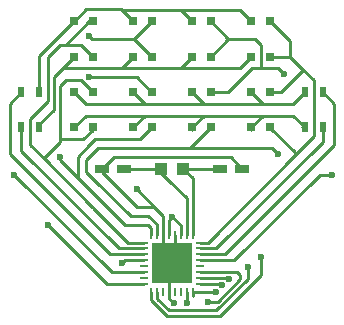
<source format=gbl>
G04 #@! TF.GenerationSoftware,KiCad,Pcbnew,5.1.0*
G04 #@! TF.CreationDate,2019-04-19T18:29:55+02:00*
G04 #@! TF.ProjectId,Watch,57617463-682e-46b6-9963-61645f706362,rev?*
G04 #@! TF.SameCoordinates,Original*
G04 #@! TF.FileFunction,Copper,L2,Bot*
G04 #@! TF.FilePolarity,Positive*
%FSLAX46Y46*%
G04 Gerber Fmt 4.6, Leading zero omitted, Abs format (unit mm)*
G04 Created by KiCad (PCBNEW 5.1.0) date 2019-04-19 18:29:55*
%MOMM*%
%LPD*%
G04 APERTURE LIST*
%ADD10R,1.200000X0.750000*%
%ADD11R,0.800000X0.800000*%
%ADD12R,0.500000X0.900000*%
%ADD13R,0.250000X0.700000*%
%ADD14R,0.700000X0.250000*%
%ADD15R,1.725000X1.725000*%
%ADD16R,1.050000X1.100000*%
%ADD17C,0.600000*%
%ADD18C,0.250000*%
G04 APERTURE END LIST*
D10*
X141550000Y-103000000D03*
X143450000Y-103000000D03*
X133450000Y-103000000D03*
X131550000Y-103000000D03*
D11*
X145800000Y-90500000D03*
X144200000Y-90500000D03*
X145800000Y-93500000D03*
X144200000Y-93500000D03*
X145800000Y-96500000D03*
X144200000Y-96500000D03*
X145800000Y-99500000D03*
X144200000Y-99500000D03*
X140800000Y-90500000D03*
X139200000Y-90500000D03*
X140800000Y-93500000D03*
X139200000Y-93500000D03*
X140800000Y-96500000D03*
X139200000Y-96500000D03*
X140800000Y-99500000D03*
X139200000Y-99500000D03*
X135800000Y-90500000D03*
X134200000Y-90500000D03*
X135800000Y-93500000D03*
X134200000Y-93500000D03*
X135800000Y-96500000D03*
X134200000Y-96500000D03*
X135800000Y-99500000D03*
X134200000Y-99500000D03*
X130800000Y-90500000D03*
X129200000Y-90500000D03*
X130800000Y-93500000D03*
X129200000Y-93500000D03*
X130800000Y-96500000D03*
X129200000Y-96500000D03*
X130800000Y-99500000D03*
X129200000Y-99500000D03*
D12*
X126250000Y-96500000D03*
X124750000Y-96500000D03*
X126250000Y-99500000D03*
X124750000Y-99500000D03*
X148750000Y-96500000D03*
X150250000Y-96500000D03*
X148750000Y-99500000D03*
X150250000Y-99500000D03*
D13*
X135750000Y-108600000D03*
X136250000Y-108600000D03*
X136750000Y-108600000D03*
X137250000Y-108600000D03*
X137750000Y-108600000D03*
X138250000Y-108600000D03*
X138750000Y-108600000D03*
X139250000Y-108600000D03*
D14*
X139900000Y-109250000D03*
X139900000Y-109750000D03*
X139900000Y-110250000D03*
X139900000Y-110750000D03*
X139900000Y-111250000D03*
X139900000Y-111750000D03*
X139900000Y-112250000D03*
X139900000Y-112750000D03*
D13*
X139250000Y-113400000D03*
X138750000Y-113400000D03*
X138250000Y-113400000D03*
X137750000Y-113400000D03*
X137250000Y-113400000D03*
X136750000Y-113400000D03*
X136250000Y-113400000D03*
X135750000Y-113400000D03*
D14*
X135100000Y-112750000D03*
X135100000Y-112250000D03*
X135100000Y-111750000D03*
X135100000Y-111250000D03*
X135100000Y-110750000D03*
X135100000Y-110250000D03*
X135100000Y-109750000D03*
X135100000Y-109250000D03*
D15*
X138362500Y-111862500D03*
X136637500Y-111862500D03*
X138362500Y-110137500D03*
X136637500Y-110137500D03*
D16*
X136575000Y-103000000D03*
X138425000Y-103000000D03*
D17*
X127000000Y-107750000D03*
X137500000Y-107050008D03*
X138742557Y-114374981D03*
X134500000Y-104750000D03*
X137691949Y-114374990D03*
X146500000Y-101750000D03*
X147000000Y-95000000D03*
X128000000Y-102000000D03*
X130500000Y-91750000D03*
X130500000Y-95250000D03*
X141737984Y-112884613D03*
X141220702Y-113454996D03*
X133250000Y-111000000D03*
X142354676Y-112375010D03*
X151000000Y-103500000D03*
X124150000Y-103500000D03*
X143889636Y-111304735D03*
X145000000Y-110500000D03*
X140500000Y-114250000D03*
D18*
X135100000Y-112750000D02*
X132000000Y-112750000D01*
X132000000Y-112750000D02*
X127000000Y-107750000D01*
X138750000Y-113400000D02*
X138750000Y-114367538D01*
X138750000Y-114367538D02*
X138742557Y-114374981D01*
X137250000Y-107300008D02*
X137500000Y-107050008D01*
X137250000Y-108600000D02*
X137250000Y-107300008D01*
X138250000Y-107800008D02*
X137500000Y-107050008D01*
X138250000Y-108600000D02*
X138250000Y-107800008D01*
X142000000Y-102000000D02*
X142450000Y-102000000D01*
X142450000Y-102000000D02*
X143450000Y-103000000D01*
X132750000Y-102000000D02*
X132550000Y-102000000D01*
X132550000Y-102000000D02*
X131550000Y-103000000D01*
X134750000Y-106250000D02*
X134500000Y-106250000D01*
X134500000Y-106250000D02*
X131550000Y-103300000D01*
X131550000Y-103300000D02*
X131550000Y-103000000D01*
X131550000Y-103000000D02*
X131750000Y-103000000D01*
X132750000Y-102000000D02*
X142000000Y-102000000D01*
X142450000Y-102000000D02*
X143450000Y-103000000D01*
X136000000Y-106250000D02*
X134500000Y-104750000D01*
X136750000Y-108600000D02*
X136750000Y-107000000D01*
X136750000Y-107000000D02*
X136000000Y-106250000D01*
X137750000Y-108600000D02*
X137750000Y-109525000D01*
X136000000Y-106250000D02*
X134750000Y-106250000D01*
X136750000Y-108600000D02*
X136750000Y-110025000D01*
X136750000Y-110025000D02*
X136637500Y-110137500D01*
X137750000Y-109525000D02*
X138362500Y-110137500D01*
X138362500Y-110137500D02*
X136637500Y-110137500D01*
X136637500Y-110137500D02*
X136637500Y-111862500D01*
X136637500Y-111862500D02*
X138362500Y-111862500D01*
X138362500Y-111862500D02*
X136637500Y-111862500D01*
X136637500Y-111862500D02*
X137250000Y-112475000D01*
X137250000Y-112475000D02*
X137250000Y-113400000D01*
X137250000Y-113400000D02*
X137250000Y-114000000D01*
X137250000Y-114000000D02*
X137624990Y-114374990D01*
X137624990Y-114374990D02*
X137691949Y-114374990D01*
X148000000Y-101750000D02*
X149500000Y-100250000D01*
X149500000Y-95500000D02*
X148625000Y-94625000D01*
X149500000Y-100250000D02*
X149500000Y-95500000D01*
X148000000Y-101750000D02*
X140500000Y-109250000D01*
X145800000Y-99500000D02*
X145800000Y-99550000D01*
X145800000Y-99550000D02*
X147875000Y-101625000D01*
X147875000Y-101625000D02*
X148000000Y-101750000D01*
X145800000Y-96500000D02*
X146750000Y-96500000D01*
X146750000Y-96500000D02*
X148625000Y-94625000D01*
X147500000Y-93500000D02*
X147500000Y-92200000D01*
X147500000Y-92200000D02*
X145800000Y-90500000D01*
X147500000Y-93500000D02*
X145800000Y-93500000D01*
X148625000Y-94625000D02*
X147500000Y-93500000D01*
X140500000Y-109250000D02*
X139900000Y-109250000D01*
X138225000Y-89525000D02*
X143225000Y-89525000D01*
X143225000Y-89525000D02*
X144200000Y-90500000D01*
X133225000Y-89525000D02*
X138225000Y-89525000D01*
X138225000Y-89525000D02*
X139200000Y-90500000D01*
X129200000Y-90500000D02*
X129250000Y-90500000D01*
X129250000Y-90500000D02*
X130250000Y-89500000D01*
X133200000Y-89500000D02*
X133225000Y-89525000D01*
X133225000Y-89525000D02*
X134200000Y-90500000D01*
X130250000Y-89500000D02*
X133200000Y-89500000D01*
X126250000Y-96500000D02*
X126250000Y-93450000D01*
X126250000Y-93450000D02*
X129200000Y-90500000D01*
X138225000Y-94475000D02*
X143225000Y-94475000D01*
X143225000Y-94475000D02*
X144200000Y-93500000D01*
X133225000Y-94475000D02*
X138225000Y-94475000D01*
X138225000Y-94475000D02*
X139200000Y-93500000D01*
X128225000Y-94475000D02*
X133225000Y-94475000D01*
X133225000Y-94475000D02*
X134200000Y-93500000D01*
X126250000Y-99500000D02*
X126250000Y-99250000D01*
X126250000Y-99250000D02*
X127500000Y-98000000D01*
X127500000Y-98000000D02*
X127500000Y-95200000D01*
X127500000Y-95200000D02*
X128225000Y-94475000D01*
X128225000Y-94475000D02*
X129200000Y-93500000D01*
X136250000Y-97500000D02*
X130200000Y-97500000D01*
X130200000Y-97500000D02*
X129200000Y-96500000D01*
X140250000Y-97500000D02*
X136250000Y-97500000D01*
X136250000Y-97500000D02*
X135200000Y-97500000D01*
X135200000Y-97500000D02*
X134200000Y-96500000D01*
X145200000Y-97500000D02*
X147750000Y-97500000D01*
X147750000Y-97500000D02*
X148750000Y-96500000D01*
X145200000Y-97500000D02*
X140250000Y-97500000D01*
X140250000Y-97500000D02*
X140200000Y-97500000D01*
X140200000Y-97500000D02*
X139200000Y-96500000D01*
X145200000Y-97500000D02*
X144200000Y-96500000D01*
X145250000Y-98500000D02*
X147750000Y-98500000D01*
X147750000Y-98500000D02*
X148750000Y-99500000D01*
X135200000Y-98500000D02*
X130200000Y-98500000D01*
X130200000Y-98500000D02*
X129200000Y-99500000D01*
X140250000Y-98500000D02*
X135200000Y-98500000D01*
X135200000Y-98500000D02*
X134200000Y-99500000D01*
X145250000Y-98500000D02*
X140250000Y-98500000D01*
X140250000Y-98500000D02*
X140200000Y-98500000D01*
X140200000Y-98500000D02*
X139200000Y-99500000D01*
X148750000Y-99500000D02*
X148500000Y-99500000D01*
X145250000Y-98500000D02*
X145200000Y-98500000D01*
X145200000Y-98500000D02*
X144200000Y-99500000D01*
X144200000Y-99500000D02*
X144200000Y-99700000D01*
X139200000Y-99500000D02*
X139200000Y-99700000D01*
X130250000Y-103250000D02*
X131000000Y-104000000D01*
X131000000Y-104000000D02*
X134000000Y-107000000D01*
X130500000Y-102000000D02*
X130250000Y-102250000D01*
X130250000Y-102250000D02*
X130250000Y-103250000D01*
X131250000Y-101250000D02*
X130500000Y-102000000D01*
X138500000Y-101250000D02*
X139050000Y-101250000D01*
X139050000Y-101250000D02*
X140800000Y-99500000D01*
X131250000Y-101250000D02*
X138500000Y-101250000D01*
X138500000Y-101250000D02*
X146000000Y-101250000D01*
X136250000Y-108600000D02*
X136250000Y-107750000D01*
X136250000Y-107750000D02*
X136200002Y-107700002D01*
X134000000Y-107000000D02*
X135500000Y-107000000D01*
X135500000Y-107000000D02*
X136200002Y-107700002D01*
X146500000Y-101750000D02*
X146000000Y-101250000D01*
X146500000Y-94500000D02*
X145000000Y-94500000D01*
X147000000Y-95000000D02*
X146500000Y-94500000D01*
X140800000Y-99500000D02*
X140750000Y-99500000D01*
X140800000Y-99500000D02*
X141000000Y-99500000D01*
X145000000Y-94500000D02*
X144250000Y-94500000D01*
X142250000Y-96500000D02*
X140800000Y-96500000D01*
X144250000Y-94500000D02*
X142250000Y-96500000D01*
X142275000Y-92025000D02*
X142275000Y-91975000D01*
X142275000Y-91975000D02*
X140800000Y-90500000D01*
X142300000Y-92000000D02*
X142275000Y-92025000D01*
X142275000Y-92025000D02*
X140800000Y-93500000D01*
X144500000Y-92000000D02*
X142300000Y-92000000D01*
X145000000Y-92500000D02*
X144500000Y-92000000D01*
X145000000Y-94500000D02*
X145000000Y-92500000D01*
X130500000Y-101000000D02*
X129500000Y-102000000D01*
X129500000Y-102000000D02*
X129500000Y-103750000D01*
X134800000Y-100500000D02*
X135800000Y-99500000D01*
X135800000Y-99500000D02*
X135750000Y-99500000D01*
X130500000Y-101000000D02*
X131000000Y-100500000D01*
X131000000Y-100500000D02*
X134800000Y-100500000D01*
X133750000Y-107750000D02*
X133500000Y-107750000D01*
X133500000Y-107750000D02*
X129500000Y-103750000D01*
X135000000Y-107750000D02*
X135500000Y-107750000D01*
X135750000Y-108000000D02*
X135750000Y-108250000D01*
X135500000Y-107750000D02*
X135750000Y-108000000D01*
X133750000Y-107750000D02*
X135000000Y-107750000D01*
X135750000Y-108250000D02*
X135750000Y-108600000D01*
X135750000Y-108500000D02*
X135750000Y-108250000D01*
X135750000Y-108250000D02*
X135750000Y-108600000D01*
X128000000Y-102000000D02*
X128000000Y-102250000D01*
X128000000Y-102250000D02*
X128750000Y-103000000D01*
X129500000Y-103750000D02*
X128750000Y-103000000D01*
X134300000Y-92000000D02*
X135800000Y-93500000D01*
X130500000Y-91750000D02*
X130750000Y-92000000D01*
X134300000Y-92000000D02*
X135800000Y-90500000D01*
X130750000Y-92000000D02*
X134300000Y-92000000D01*
X135800000Y-96500000D02*
X135750000Y-96500000D01*
X135750000Y-96500000D02*
X134500000Y-95250000D01*
X135800000Y-93500000D02*
X135750000Y-93500000D01*
X135800000Y-90500000D02*
X135800000Y-90700000D01*
X130500000Y-95250000D02*
X134500000Y-95250000D01*
X128000000Y-100750000D02*
X128000000Y-100500000D01*
X128000000Y-100500000D02*
X130000000Y-100500000D01*
X130000000Y-100500000D02*
X130800000Y-99700000D01*
X130800000Y-99700000D02*
X130800000Y-99500000D01*
X128000000Y-100750000D02*
X126625000Y-102125000D01*
X130800000Y-90500000D02*
X130500000Y-90500000D01*
X130500000Y-90500000D02*
X128500000Y-92500000D01*
X130800000Y-106250000D02*
X130750000Y-106250000D01*
X130750000Y-106250000D02*
X126625000Y-102125000D01*
X129800000Y-92500000D02*
X130800000Y-93500000D01*
X128000000Y-92500000D02*
X128500000Y-92500000D01*
X126625000Y-102125000D02*
X125500000Y-101000000D01*
X125500000Y-101000000D02*
X125500000Y-98750000D01*
X125500000Y-98750000D02*
X127000000Y-97250000D01*
X127000000Y-97250000D02*
X127000000Y-93500000D01*
X127000000Y-93500000D02*
X128000000Y-92500000D01*
X128500000Y-92500000D02*
X129800000Y-92500000D01*
X129800000Y-95500000D02*
X130800000Y-96500000D01*
X128500000Y-95500000D02*
X129800000Y-95500000D01*
X128000000Y-96000000D02*
X128500000Y-95500000D01*
X128000000Y-100500000D02*
X128000000Y-96000000D01*
X135100000Y-109250000D02*
X133750000Y-109250000D01*
X130800000Y-106300000D02*
X130800000Y-106250000D01*
X133750000Y-109250000D02*
X130800000Y-106300000D01*
X141603371Y-112750000D02*
X141737984Y-112884613D01*
X139900000Y-112750000D02*
X141603371Y-112750000D01*
X139250000Y-113400000D02*
X139250000Y-113750000D01*
X139250000Y-113400000D02*
X141165706Y-113400000D01*
X141165706Y-113400000D02*
X141220702Y-113454996D01*
X135100000Y-110750000D02*
X133500000Y-110750000D01*
X133500000Y-110750000D02*
X133250000Y-111000000D01*
X142229666Y-112250000D02*
X142354676Y-112375010D01*
X139900000Y-112250000D02*
X142229666Y-112250000D01*
X124750000Y-96500000D02*
X123750000Y-97500000D01*
X132250000Y-110250000D02*
X135100000Y-110250000D01*
X123750000Y-101750000D02*
X132250000Y-110250000D01*
X123750000Y-97500000D02*
X123750000Y-101750000D01*
X135100000Y-109750000D02*
X133000000Y-109750000D01*
X124750000Y-101500000D02*
X124750000Y-99500000D01*
X133000000Y-109750000D02*
X124750000Y-101500000D01*
X151250000Y-97500000D02*
X150250000Y-96500000D01*
X142000000Y-110250000D02*
X151250000Y-101000000D01*
X151250000Y-101000000D02*
X151250000Y-97500000D01*
X139900000Y-110250000D02*
X142000000Y-110250000D01*
X150250000Y-100750000D02*
X141250000Y-109750000D01*
X141250000Y-109750000D02*
X139900000Y-109750000D01*
X150250000Y-99500000D02*
X150250000Y-100750000D01*
X150000000Y-103500000D02*
X151000000Y-103500000D01*
X139900000Y-110750000D02*
X142750000Y-110750000D01*
X142750000Y-110750000D02*
X150000000Y-103500000D01*
X135100000Y-111750000D02*
X132400000Y-111750000D01*
X132400000Y-111750000D02*
X124150000Y-103500000D01*
X138425000Y-103000000D02*
X141550000Y-103000000D01*
X139250000Y-108600000D02*
X139250000Y-103825000D01*
X139250000Y-103825000D02*
X138425000Y-103000000D01*
X133450000Y-103000000D02*
X136575000Y-103000000D01*
X137250000Y-104000000D02*
X138750000Y-105500000D01*
X138750000Y-105500000D02*
X138750000Y-108600000D01*
X136575000Y-103325000D02*
X137250000Y-104000000D01*
X141249991Y-114999991D02*
X143889636Y-112360346D01*
X143889636Y-112360346D02*
X143889636Y-111728999D01*
X143889636Y-111728999D02*
X143889636Y-111304735D01*
X137249991Y-114999991D02*
X141249991Y-114999991D01*
X136250000Y-114000000D02*
X137249991Y-114999991D01*
X136250000Y-113400000D02*
X136250000Y-114000000D01*
X141549998Y-115450002D02*
X145000000Y-112000000D01*
X145000000Y-112000000D02*
X145000000Y-110500000D01*
X137063591Y-115450002D02*
X141549998Y-115450002D01*
X135750000Y-114136411D02*
X137063591Y-115450002D01*
X135750000Y-113400000D02*
X135750000Y-114136411D01*
X143250000Y-112000000D02*
X143250000Y-112363572D01*
X143000000Y-111750000D02*
X143250000Y-112000000D01*
X143250000Y-112363572D02*
X141363572Y-114250000D01*
X139900000Y-111750000D02*
X143000000Y-111750000D01*
X141363572Y-114250000D02*
X140500000Y-114250000D01*
M02*

</source>
